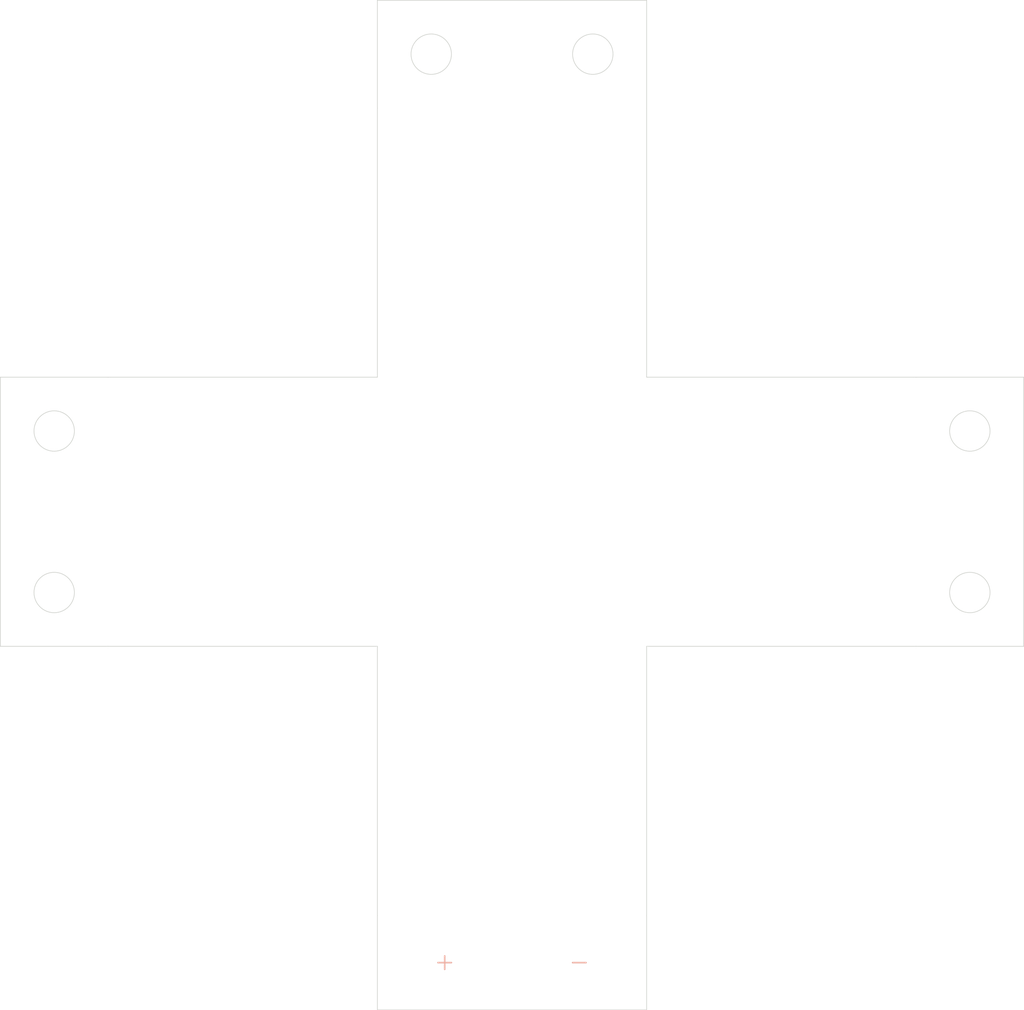
<source format=kicad_pcb>
(kicad_pcb (version 20171130) (host pcbnew "(5.1.6)-1")

  (general
    (thickness 1.6)
    (drawings 29)
    (tracks 0)
    (zones 0)
    (modules 0)
    (nets 1)
  )

  (page A4)
  (layers
    (0 F.Cu signal)
    (31 B.Cu signal)
    (32 B.Adhes user)
    (33 F.Adhes user)
    (34 B.Paste user)
    (35 F.Paste user)
    (36 B.SilkS user)
    (37 F.SilkS user)
    (38 B.Mask user)
    (39 F.Mask user)
    (40 Dwgs.User user)
    (41 Cmts.User user)
    (42 Eco1.User user)
    (43 Eco2.User user)
    (44 Edge.Cuts user)
    (45 Margin user)
    (46 B.CrtYd user hide)
    (47 F.CrtYd user hide)
    (48 B.Fab user hide)
    (49 F.Fab user hide)
  )

  (setup
    (last_trace_width 0.25)
    (trace_clearance 0.2)
    (zone_clearance 0.508)
    (zone_45_only no)
    (trace_min 0.2)
    (via_size 0.8)
    (via_drill 0.4)
    (via_min_size 0.4)
    (via_min_drill 0.3)
    (uvia_size 0.3)
    (uvia_drill 0.1)
    (uvias_allowed no)
    (uvia_min_size 0.2)
    (uvia_min_drill 0.1)
    (edge_width 0.05)
    (segment_width 0.2)
    (pcb_text_width 0.3)
    (pcb_text_size 1.5 1.5)
    (mod_edge_width 0.12)
    (mod_text_size 1 1)
    (mod_text_width 0.15)
    (pad_size 1.524 1.524)
    (pad_drill 0.762)
    (pad_to_mask_clearance 0.05)
    (aux_axis_origin 0 0)
    (grid_origin 100 100)
    (visible_elements 7FFFF7FF)
    (pcbplotparams
      (layerselection 0x01000_7ffffffe)
      (usegerberextensions false)
      (usegerberattributes true)
      (usegerberadvancedattributes true)
      (creategerberjobfile true)
      (excludeedgelayer true)
      (linewidth 0.100000)
      (plotframeref false)
      (viasonmask false)
      (mode 1)
      (useauxorigin false)
      (hpglpennumber 1)
      (hpglpenspeed 20)
      (hpglpendiameter 15.000000)
      (psnegative false)
      (psa4output false)
      (plotreference true)
      (plotvalue true)
      (plotinvisibletext false)
      (padsonsilk false)
      (subtractmaskfromsilk false)
      (outputformat 5)
      (mirror false)
      (drillshape 0)
      (scaleselection 1)
      (outputdirectory "gerb/"))
  )

  (net 0 "")

  (net_class Default "This is the default net class."
    (clearance 0.2)
    (trace_width 0.25)
    (via_dia 0.8)
    (via_drill 0.4)
    (uvia_dia 0.3)
    (uvia_drill 0.1)
  )

  (gr_line (start 110 110) (end 130 110) (layer Edge.Cuts) (width 0.05))
  (gr_line (start 110 130) (end 110 110) (layer Edge.Cuts) (width 0.05))
  (gr_line (start 90 110) (end 70 110) (layer Edge.Cuts) (width 0.05) (tstamp 5F2C9994))
  (gr_line (start 90 129.999999) (end 90 110) (layer Edge.Cuts) (width 0.05))
  (gr_line (start 110 90) (end 130 90) (layer Edge.Cuts) (width 0.05))
  (gr_line (start 110 70) (end 110 90) (layer Edge.Cuts) (width 0.05))
  (gr_line (start 90 90) (end 90 70) (layer Edge.Cuts) (width 0.05))
  (gr_line (start 70 90) (end 90 90) (layer Edge.Cuts) (width 0.05))
  (gr_circle (center 134 106) (end 135.5 106) (layer Edge.Cuts) (width 0.05))
  (gr_circle (center 134 94) (end 135.5 94) (layer Edge.Cuts) (width 0.05))
  (gr_circle (center 106 66) (end 107.5 66) (layer Edge.Cuts) (width 0.05))
  (gr_circle (center 94 66) (end 95.5 66) (layer Edge.Cuts) (width 0.05))
  (gr_circle (center 66 106) (end 67.5 106) (layer Edge.Cuts) (width 0.05))
  (gr_circle (center 66 94) (end 67.5 94) (layer Edge.Cuts) (width 0.05))
  (gr_line (start 95 133) (end 95 134) (layer B.SilkS) (width 0.12))
  (gr_line (start 95.5 133.5) (end 94.5 133.5) (layer B.SilkS) (width 0.12))
  (gr_line (start 104.5 133.5) (end 105.5 133.5) (layer B.SilkS) (width 0.12))
  (gr_line (start 110 137) (end 110 130) (layer Edge.Cuts) (width 0.05))
  (gr_line (start 90 137) (end 110 137) (layer Edge.Cuts) (width 0.05))
  (gr_line (start 90 129.999999) (end 90 137) (layer Edge.Cuts) (width 0.05))
  (gr_line (start 138 110) (end 129.999999 110) (layer Edge.Cuts) (width 0.05) (tstamp 5F2CD8A4))
  (gr_line (start 138 90) (end 138 110) (layer Edge.Cuts) (width 0.05))
  (gr_line (start 129.999999 90.000001) (end 138 90) (layer Edge.Cuts) (width 0.05))
  (gr_line (start 62 110) (end 70 110) (layer Edge.Cuts) (width 0.05))
  (gr_line (start 62 90) (end 62 110) (layer Edge.Cuts) (width 0.05))
  (gr_line (start 70 90) (end 62 90) (layer Edge.Cuts) (width 0.05))
  (gr_line (start 110 62) (end 110 70) (layer Edge.Cuts) (width 0.05))
  (gr_line (start 90 62) (end 110 62) (layer Edge.Cuts) (width 0.05))
  (gr_line (start 90.000001 70.000001) (end 90 62) (layer Edge.Cuts) (width 0.05))

)

</source>
